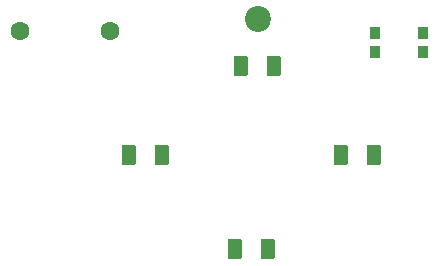
<source format=gbr>
%TF.GenerationSoftware,KiCad,Pcbnew,9.0.7*%
%TF.CreationDate,2026-02-06T18:51:04+01:00*%
%TF.ProjectId,llavero_led,6c6c6176-6572-46f5-9f6c-65642e6b6963,rev?*%
%TF.SameCoordinates,Original*%
%TF.FileFunction,Soldermask,Top*%
%TF.FilePolarity,Negative*%
%FSLAX46Y46*%
G04 Gerber Fmt 4.6, Leading zero omitted, Abs format (unit mm)*
G04 Created by KiCad (PCBNEW 9.0.7) date 2026-02-06 18:51:04*
%MOMM*%
%LPD*%
G01*
G04 APERTURE LIST*
G04 Aperture macros list*
%AMRoundRect*
0 Rectangle with rounded corners*
0 $1 Rounding radius*
0 $2 $3 $4 $5 $6 $7 $8 $9 X,Y pos of 4 corners*
0 Add a 4 corners polygon primitive as box body*
4,1,4,$2,$3,$4,$5,$6,$7,$8,$9,$2,$3,0*
0 Add four circle primitives for the rounded corners*
1,1,$1+$1,$2,$3*
1,1,$1+$1,$4,$5*
1,1,$1+$1,$6,$7*
1,1,$1+$1,$8,$9*
0 Add four rect primitives between the rounded corners*
20,1,$1+$1,$2,$3,$4,$5,0*
20,1,$1+$1,$4,$5,$6,$7,0*
20,1,$1+$1,$6,$7,$8,$9,0*
20,1,$1+$1,$8,$9,$2,$3,0*%
G04 Aperture macros list end*
%ADD10RoundRect,0.250000X-0.375000X-0.625000X0.375000X-0.625000X0.375000X0.625000X-0.375000X0.625000X0*%
%ADD11C,1.600000*%
%ADD12R,0.900000X1.000000*%
%ADD13C,2.200000*%
G04 APERTURE END LIST*
D10*
%TO.C,D4*%
X153100000Y-106000000D03*
X155900000Y-106000000D03*
%TD*%
%TO.C,D3*%
X144100000Y-114000000D03*
X146900000Y-114000000D03*
%TD*%
%TO.C,D2*%
X135100000Y-106000000D03*
X137900000Y-106000000D03*
%TD*%
D11*
%TO.C,R1*%
X133500000Y-95500000D03*
X125880000Y-95500000D03*
%TD*%
D12*
%TO.C,SW1*%
X155950000Y-95700000D03*
X160050000Y-95700000D03*
X155950000Y-97300000D03*
X160050000Y-97300000D03*
%TD*%
D10*
%TO.C,D1*%
X144600000Y-98500000D03*
X147400000Y-98500000D03*
%TD*%
D13*
%TO.C,REF\u002A\u002A*%
X146000000Y-94500000D03*
%TD*%
M02*

</source>
